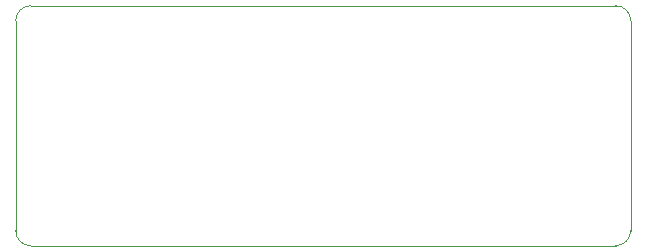
<source format=gbr>
%TF.GenerationSoftware,KiCad,Pcbnew,5.1.8+dfsg1-1*%
%TF.CreationDate,2020-11-29T11:55:30+08:00*%
%TF.ProjectId,gp,67702e6b-6963-4616-945f-706362585858,c*%
%TF.SameCoordinates,Original*%
%TF.FileFunction,Profile,NP*%
%FSLAX46Y46*%
G04 Gerber Fmt 4.6, Leading zero omitted, Abs format (unit mm)*
G04 Created by KiCad (PCBNEW 5.1.8+dfsg1-1) date 2020-11-29 11:55:30*
%MOMM*%
%LPD*%
G01*
G04 APERTURE LIST*
%TA.AperFunction,Profile*%
%ADD10C,0.050000*%
%TD*%
G04 APERTURE END LIST*
D10*
X151765000Y-92710000D02*
G75*
G02*
X153035000Y-91440000I1270000J0D01*
G01*
X202565000Y-91440000D02*
G75*
G02*
X203835000Y-92710000I0J-1270000D01*
G01*
X203835000Y-110490000D02*
G75*
G02*
X202565000Y-111760000I-1270000J0D01*
G01*
X153035000Y-111760000D02*
G75*
G02*
X151765000Y-110490000I0J1270000D01*
G01*
X151765000Y-110490000D02*
X151765000Y-92710000D01*
X202565000Y-111760000D02*
X153035000Y-111760000D01*
X203835000Y-92710000D02*
X203835000Y-110490000D01*
X153035000Y-91440000D02*
X202565000Y-91440000D01*
M02*

</source>
